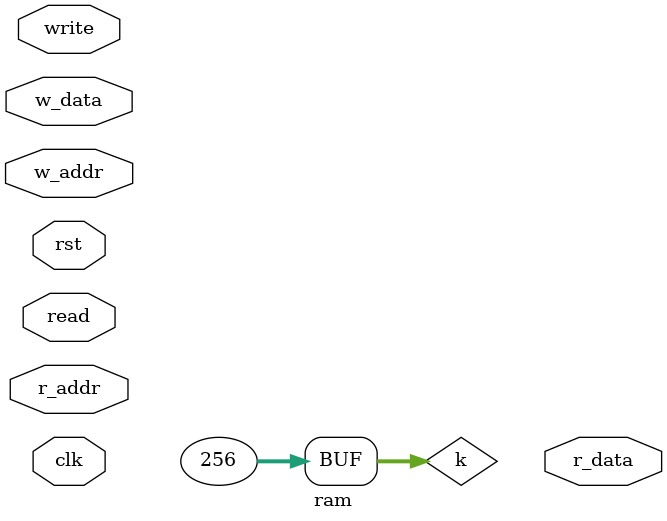
<source format=v>


// //op_code [7:3]
// `define INC_R 	8'b0000_1xxx // increment Rn
// `define DEC_R 	8'b0001_1xxx // decrement reg Rn=Rn-1
// `define ADD_R 	8'b0010_1xxx // add A=A+Rx
// `define ADDC_R 	8'b0011_1xxx // add A=A+Rx+c
// `define ORL_R 	8'b0100_1xxx // or A=A or Rn
// `define ANL_R 	8'b0101_1xxx // and A=A^Rx
// `define XRL_R 	8'b0110_1xxx // XOR A=A XOR Rn
// `define MOV_CR 	8'b0111_1xxx // move Rn=constant
// `define MOV_RD 	8'b1000_1xxx // move (direct)=Rn
// `define SUBB_R 	8'b1001_1xxx // substract with borrow  A=A-c-Rn
// `define MOV_DR 	8'b1010_1xxx // move Rn=(direct)
// `define CJNE_R 	8'b1011_1xxx // compare and jump if not equal; Rx<>constant
// `define XCH_R 	8'b1100_1xxx // exchange A<->Rn
// `define DJNZ_R 	8'b1101_1xxx // decrement and jump if not zero
// `define MOV_R 	8'b1110_1xxx // move A=Rn
// `define MOV_AR 	8'b1111_1xxx // move Rn=A

// //op_code [7:1]
// `define ADD_I 	8'b0010_011x // add A=A+@Ri
// `define ADDC_I 	8'b0011_011x // add A=A+@Ri+c
// `define ANL_I 	8'b0101_011x // and A=A^@Ri
// `define CJNE_I 	8'b1011_011x // compare and jump if not equal; @Ri<>constant
// `define DEC_I 	8'b0001_011x // decrement indirect @Ri=@Ri-1
// `define INC_I 	8'b0000_011x // increment @Ri
// `define MOV_I 	8'b1110_011x // move A=@Ri
// `define MOV_ID 	8'b1000_011x // move (direct)=@Ri
// `define MOV_AI 	8'b1111_011x // move @Ri=A
// `define MOV_DI 	8'b1010_011x // move @Ri=(direct)
// `define MOV_CI 	8'b0111_011x // move @Ri=constant
// `define MOVX_IA 8'b1110_001x // move A=(@Ri)
// `define MOVX_AI 8'b1111_001x // move (@Ri)=A
// `define ORL_I 	8'b0100_011x // or A=A or @Ri
// `define SUBB_I 	8'b1001_011x // substract with borrow  A=A-c-@Ri
// `define XCH_I 	8'b1100_011x // exchange A<->@Ri
// `define XCHD 	8'b1101_011x // exchange digit A<->Ri
// `define XRL_I 	8'b0110_011x // XOR A=A XOR @Ri

// //op_code [7:0]
// `define ADD_D 	8'b0010_0101 // add A=A+(direct)
// `define ADD_C 	8'b0010_0100 // add A=A+constant
// `define ADDC_D 	8'b0011_0101 // add A=A+(direct)+c
// `define ADDC_C 	8'b0011_0100 // add A=A+constant+c
// `define ANL_D 	8'b0101_0101 // and A=A^(direct)
// `define ANL_C 	8'b0101_0100 // and A=A^constant
// `define ANL_AD 	8'b0101_0010 // and (direct)=(direct)^A
// `define ANL_DC 	8'b0101_0011 // and (direct)=(direct)^constant
// `define ANL_B 	8'b1000_0010 // and c=c^bit
// `define ANL_NB 	8'b1011_0000 // and c=c^!bit
// `define CJNE_D 	8'b1011_0101 // compare and jump if not equal; a<>(direct)
// `define CJNE_C 	8'b1011_0100 // compare and jump if not equal; a<>constant
// `define CLR_A 	8'b1110_0100 // clear accumulator
// `define CLR_C 	8'b1100_0011 // clear carry
// `define CLR_B 	8'b1100_0010 // clear bit
// `define CPL_A 	8'b1111_0100 // complement accumulator
// `define CPL_C 	8'b1011_0011 // complement carry
// `define CPL_B 	8'b1011_0010 // complement bit
// `define DA 		8'b1101_0100 // decimal adjust (A)
// `define DEC_A 	8'b0001_0100 // decrement accumulator a=a-1
// `define DEC_D 	8'b0001_0101 // decrement direct (direct)=(direct)-1
// `define DIV 	8'b1000_0100 // divide
// `define DJNZ_D 	8'b1101_0101 // decrement and jump if not zero (direct)
// `define INC_A 	8'b0000_0100 // increment accumulator
// `define INC_D 	8'b0000_0101 // increment (direct)
// `define INC_DP 	8'b1010_0011 // increment data pointer
// `define JB 		8'b0010_0000 // jump if bit set
// `define JBC	 	8'b0001_0000 // jump if bit set and clear bit
// `define JC 		8'b0100_0000 // jump if carry is set
// `define JMP_D 	8'b0111_0011 // jump indirect
// `define JNB 	8'b0011_0000 // jump if bit not set
// `define JNC 	8'b0101_0000 // jump if carry not set
// `define JNZ 	8'b0111_0000 // jump if accumulator not zero
// `define JZ 		8'b0110_0000 // jump if accumulator zero
// `define LCALL 	8'b0001_0010 // long call
// `define LJMP 	8'b0000_0010 // long jump
// `define MOV_D 	8'b1110_0101 // move A=(direct)
// `define MOV_C 	8'b0111_0100 // move A=constant
// `define MOV_AD 	8'b1111_0101 // move (direct)=A
// `define MOV_DD 	8'b1000_0101 // move (direct)=(direct)
// `define MOV_CD 	8'b0111_0101 // move (direct)=constant
// `define MOV_BC 	8'b1010_0010 // move c=bit
// `define MOV_CB 	8'b1001_0010 // move bit=c
// `define MOV_DP 	8'b1001_0000 // move dptr=constant(16 bit)
// `define MOVC_DP 8'b1001_0011 // move A=dptr+A
// `define MOVC_PC 8'b1000_0011 // move A=pc+A
// `define MOVX_PA 8'b1110_0000 // move A=(dptr)
// `define MOVX_AP 8'b1111_0000 // move (dptr)=A
// `define MUL 	8'b1010_0100 // multiply a*b
// `define NOP 	8'b0000_0000 // no operation
// `define ORL_D 	8'b0100_0101 // or A=A or (direct)
// `define ORL_C 	8'b0100_0100 // or A=A or constant
// `define ORL_AD 	8'b0100_0010 // or (direct)=(direct) or A
// `define ORL_CD 	8'b0100_0011 // or (direct)=(direct) or constant
// `define ORL_B 	8'b0111_0010 // or c = c or bit
// `define ORL_NB 	8'b1010_0000 // or c = c or !bit
// `define POP 	8'b1101_0000 // stack pop
// `define PUSH 	8'b1100_0000 // stack push
// `define RET 	8'b0010_0010 // return from subrutine
// `define RETI 	8'b0011_0010 // return from interrupt
// `define RL 		8'b0010_0011 // rotate left
// `define RLC 	8'b0011_0011 // rotate left thrugh carry
// `define RR 		8'b0000_0011 // rotate right
// `define RRC 	8'b0001_0011 // rotate right thrugh carry
// `define SETB_C 	8'b1101_0011 // set carry
// `define SETB_B 	8'b1101_0010 // set bit
// `define SJMP 	8'b1000_0000 // short jump
// `define SUBB_D 	8'b1001_0101 // substract with borrow  A=A-c-(direct)
// `define SUBB_C 	8'b1001_0100 // substract with borrow  A=A-c-constant
// `define SWAP 	8'b1100_0100 // swap A(0-3) <-> A(4-7)
// `define XCH_D 	8'b1100_0101 // exchange A<->(direct)
// `define XRL_D 	8'b0110_0101 // XOR A=A XOR (direct)
// `define XRL_C 	8'b0110_0100 // XOR A=A XOR constant
// `define XRL_AD 	8'b0110_0010 // XOR (direct)=(direct) XOR A
// `define XRL_CD 	8'b0110_0011 // XOR (direct)=(direct) XOR constant


// module ramController(clk,rst,addr8,addr16,read,r_data,w_addr,write,w_data,next_bank,R0,R1,R0_valid,R1_valid,R_invalid);

// input clk,rst;
// //reg [7:0] rom [0:65536];


// input [7:0] addr8;
// input [15:0] addr16;
// input read,write;
// input [7:0] w_addr;
// input [7:0] w_data;
// output [7:0] r_data;

// input [1:0] next_bank;
// output reg R0_valid, R1_valid;
// output R_invalid;

// output reg [7:0] R0;
// output reg [7:0] R1;
// reg [1:0] bank;

// reg Read;
// reg [7:0] R_addr;
// wire [7:0] R_data;

// localparam INIT = 2'b00, FETCH_R0 = 2'b01, FETCH_R1 = 2'b10, VALID = 2'b11;

// reg [1:0] state, next_state, prev_state;
// reg q;
// ram ram(clk,rst,Read,R_addr,R_data,write,w_addr,w_data);

// assign r_data = R_data;

// always@(posedge clk)
// 	if (rst) state <= INIT;
//   else state <= next_state;

// always@(posedge clk)
//   if (rst) prev_state <= INIT;
//   else prev_state <= state;

// always@(*) begin
//   next_state = state;
// 	case(state)
//     INIT:
//       next_state = FETCH_R0;
//     FETCH_R0:
//       if(R0_valid && R1_valid)  next_state = VALID;
//       else if (R0_valid)        next_state = FETCH_R1;
//       else if(!read)            next_state = FETCH_R1;
//     FETCH_R1:
//       if(R0_valid && R1_valid)  next_state = VALID;
//       else if (R1_valid)        next_state = FETCH_R0;
//       else if(!read)            next_state = VALID;
//     VALID:
//       if(!R0_valid)             next_state = FETCH_R0;
//       else if (!R1_valid)       next_state = FETCH_R1;
//   endcase
// end

// always@(*) begin
//   if (rst) begin
//     R_addr = 8'b0;
//     Read = 1'b0;
//   end
//   else if (read) begin
//     R_addr = addr8;
//     Read = 1'b1;
//   end
//   else begin
//     case(state)
//       FETCH_R0: begin
//         R_addr = {3'b0,next_bank,3'b0};
//         Read = 1'b1;
//       end
//       FETCH_R1: begin
//         R_addr = {3'b0,next_bank,3'b1};
//         Read = 1'b1;
//       end
//       default: begin
//         R_addr = addr8;
//         Read = read;
//       end
//     endcase
//   end
// end

// assign R_invalid = (bank != next_bank);

// always@(posedge clk)
//   if (rst) R0_valid <= 1'b0;
//   else if (write && (w_addr == {3'b0,next_bank,3'b0})) R0_valid <= 1'b1;
//   else if ((prev_state == FETCH_R0)&&(state != FETCH_R0)) R0_valid <= 1'b1;
//   else if (R_invalid) R0_valid <= 1'b0;

// always@(posedge clk)
//   if (rst) R1_valid <= 1'b0;
//   else if (write && (w_addr == {3'b0,next_bank,3'b1})) R1_valid <= 1'b1;
//   else if ((prev_state == FETCH_R1)&&(state != FETCH_R1)) R1_valid <= 1'b1;
//   else if (R_invalid) R1_valid <= 1'b0;

// always@(posedge clk)
//   if (rst) R0 <= 8'b0;
//   else if ((prev_state == FETCH_R0) && (state != FETCH_R0)) R0 <= R_data;
//   else if (write && (w_addr == {3'b0,next_bank,3'b0})) R0 <= w_data;

// always@(posedge clk)
//   if (rst) R1 <= 8'b0;
//   else if ((prev_state == FETCH_R1) && (state != FETCH_R1)) R1 <= R_data;
//   else if (write && (w_addr == {3'b0,next_bank,3'b1})) R1 <= w_data;

// always@(posedge clk)
// 	if (rst) bank <= 2'b0;
// 	else if (bank != next_bank) bank <= next_bank;

// endmodule



module ram(clk,rst,read,r_addr,r_data,write,w_addr,w_data);

input clk, rst;
input read,write;
input [7:0] r_addr,w_addr,w_data;
output reg [7:0] r_data;

reg [7:0] ram [0:255];

integer k;
initial
begin
for (k = 0; k < 256; k = k + 1)
begin
    ram[k] = 8'b0;
end
end
//  always @(posedge clk)
//         ramController.q <= rst;    //154
// always@(posedge clk)
//   if (rst) r_data <= 8'b0;
//   else if (read) r_data <= ram[r_addr];
//always@(posedge clk)
//	if(read) r_data <= ram[addr8];

always@(posedge clk) begin
	if (write) ram[w_addr] <= w_data;	
end

endmodule


</source>
